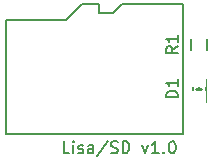
<source format=gto>
G04 #@! TF.FileFunction,Legend,Top*
%FSLAX46Y46*%
G04 Gerber Fmt 4.6, Leading zero omitted, Abs format (unit mm)*
G04 Created by KiCad (PCBNEW (2015-08-03 BZR 6047)-product) date Mon 05 Oct 2015 04:51:26 PM CEST*
%MOMM*%
G01*
G04 APERTURE LIST*
%ADD10C,0.100000*%
%ADD11C,0.200000*%
%ADD12C,0.150000*%
%ADD13C,1.400000*%
%ADD14R,1.200000X1.200000*%
%ADD15R,1.197560X1.197560*%
%ADD16R,1.300000X0.900000*%
G04 APERTURE END LIST*
D10*
D11*
X103261905Y-98702381D02*
X102785714Y-98702381D01*
X102785714Y-97702381D01*
X103595238Y-98702381D02*
X103595238Y-98035714D01*
X103595238Y-97702381D02*
X103547619Y-97750000D01*
X103595238Y-97797619D01*
X103642857Y-97750000D01*
X103595238Y-97702381D01*
X103595238Y-97797619D01*
X104023809Y-98654762D02*
X104119047Y-98702381D01*
X104309523Y-98702381D01*
X104404762Y-98654762D01*
X104452381Y-98559524D01*
X104452381Y-98511905D01*
X104404762Y-98416667D01*
X104309523Y-98369048D01*
X104166666Y-98369048D01*
X104071428Y-98321429D01*
X104023809Y-98226190D01*
X104023809Y-98178571D01*
X104071428Y-98083333D01*
X104166666Y-98035714D01*
X104309523Y-98035714D01*
X104404762Y-98083333D01*
X105309524Y-98702381D02*
X105309524Y-98178571D01*
X105261905Y-98083333D01*
X105166667Y-98035714D01*
X104976190Y-98035714D01*
X104880952Y-98083333D01*
X105309524Y-98654762D02*
X105214286Y-98702381D01*
X104976190Y-98702381D01*
X104880952Y-98654762D01*
X104833333Y-98559524D01*
X104833333Y-98464286D01*
X104880952Y-98369048D01*
X104976190Y-98321429D01*
X105214286Y-98321429D01*
X105309524Y-98273810D01*
X106500000Y-97654762D02*
X105642857Y-98940476D01*
X106785714Y-98654762D02*
X106928571Y-98702381D01*
X107166667Y-98702381D01*
X107261905Y-98654762D01*
X107309524Y-98607143D01*
X107357143Y-98511905D01*
X107357143Y-98416667D01*
X107309524Y-98321429D01*
X107261905Y-98273810D01*
X107166667Y-98226190D01*
X106976190Y-98178571D01*
X106880952Y-98130952D01*
X106833333Y-98083333D01*
X106785714Y-97988095D01*
X106785714Y-97892857D01*
X106833333Y-97797619D01*
X106880952Y-97750000D01*
X106976190Y-97702381D01*
X107214286Y-97702381D01*
X107357143Y-97750000D01*
X107785714Y-98702381D02*
X107785714Y-97702381D01*
X108023809Y-97702381D01*
X108166667Y-97750000D01*
X108261905Y-97845238D01*
X108309524Y-97940476D01*
X108357143Y-98130952D01*
X108357143Y-98273810D01*
X108309524Y-98464286D01*
X108261905Y-98559524D01*
X108166667Y-98654762D01*
X108023809Y-98702381D01*
X107785714Y-98702381D01*
X109452381Y-98035714D02*
X109690476Y-98702381D01*
X109928572Y-98035714D01*
X110833334Y-98702381D02*
X110261905Y-98702381D01*
X110547619Y-98702381D02*
X110547619Y-97702381D01*
X110452381Y-97845238D01*
X110357143Y-97940476D01*
X110261905Y-97988095D01*
X111261905Y-98607143D02*
X111309524Y-98654762D01*
X111261905Y-98702381D01*
X111214286Y-98654762D01*
X111261905Y-98607143D01*
X111261905Y-98702381D01*
X111928571Y-97702381D02*
X112023810Y-97702381D01*
X112119048Y-97750000D01*
X112166667Y-97797619D01*
X112214286Y-97892857D01*
X112261905Y-98083333D01*
X112261905Y-98321429D01*
X112214286Y-98511905D01*
X112166667Y-98607143D01*
X112119048Y-98654762D01*
X112023810Y-98702381D01*
X111928571Y-98702381D01*
X111833333Y-98654762D01*
X111785714Y-98607143D01*
X111738095Y-98511905D01*
X111690476Y-98321429D01*
X111690476Y-98083333D01*
X111738095Y-97892857D01*
X111785714Y-97797619D01*
X111833333Y-97750000D01*
X111928571Y-97702381D01*
D12*
X107700000Y-86100000D02*
X112900000Y-86100000D01*
X104300000Y-86100000D02*
X105800000Y-86100000D01*
X105800000Y-86800000D02*
X107000000Y-86800000D01*
X107000000Y-86800000D02*
X107700000Y-86100000D01*
X105800000Y-86100000D02*
X105800000Y-86800000D01*
X104300000Y-86100000D02*
X103000000Y-87400000D01*
X103000000Y-87400000D02*
X97900000Y-87400000D01*
X97900000Y-97100000D02*
X97900000Y-87400000D01*
X97900000Y-97100000D02*
X112900000Y-97100000D01*
X112900000Y-97100000D02*
X112900000Y-86100000D01*
X114800000Y-94349300D02*
X114800000Y-92449300D01*
X113700000Y-94349300D02*
X113700000Y-92449300D01*
X114250000Y-93449300D02*
X114250000Y-92999300D01*
X114000000Y-93499300D02*
X114500000Y-93499300D01*
X114250000Y-93499300D02*
X114000000Y-93249300D01*
X114000000Y-93249300D02*
X114500000Y-93249300D01*
X114500000Y-93249300D02*
X114250000Y-93499300D01*
X113575000Y-90000000D02*
X113575000Y-89000000D01*
X114925000Y-89000000D02*
X114925000Y-90000000D01*
X112452381Y-93988095D02*
X111452381Y-93988095D01*
X111452381Y-93750000D01*
X111500000Y-93607142D01*
X111595238Y-93511904D01*
X111690476Y-93464285D01*
X111880952Y-93416666D01*
X112023810Y-93416666D01*
X112214286Y-93464285D01*
X112309524Y-93511904D01*
X112404762Y-93607142D01*
X112452381Y-93750000D01*
X112452381Y-93988095D01*
X112452381Y-92464285D02*
X112452381Y-93035714D01*
X112452381Y-92750000D02*
X111452381Y-92750000D01*
X111595238Y-92845238D01*
X111690476Y-92940476D01*
X111738095Y-93035714D01*
X112452381Y-89666666D02*
X111976190Y-90000000D01*
X112452381Y-90238095D02*
X111452381Y-90238095D01*
X111452381Y-89857142D01*
X111500000Y-89761904D01*
X111547619Y-89714285D01*
X111642857Y-89666666D01*
X111785714Y-89666666D01*
X111880952Y-89714285D01*
X111928571Y-89761904D01*
X111976190Y-89857142D01*
X111976190Y-90238095D01*
X112452381Y-88714285D02*
X112452381Y-89285714D01*
X112452381Y-89000000D02*
X111452381Y-89000000D01*
X111595238Y-89095238D01*
X111690476Y-89190476D01*
X111738095Y-89285714D01*
%LPC*%
D13*
X103000000Y-100000000D03*
X104500000Y-100000000D03*
X106000000Y-100000000D03*
X107500000Y-100000000D03*
X109000000Y-100000000D03*
X110500000Y-100000000D03*
X112000000Y-100000000D03*
X101500000Y-98500000D03*
X113500000Y-98500000D03*
D14*
X100000000Y-88400000D03*
X100000000Y-89500000D03*
X100000000Y-90600000D03*
X100000000Y-91700000D03*
X100000000Y-92800000D03*
X100000000Y-93900000D03*
X100000000Y-95000000D03*
X100000000Y-96100000D03*
D15*
X114250000Y-92500000D03*
X114250000Y-93998600D03*
D16*
X114250000Y-88750000D03*
X114250000Y-90250000D03*
M02*

</source>
